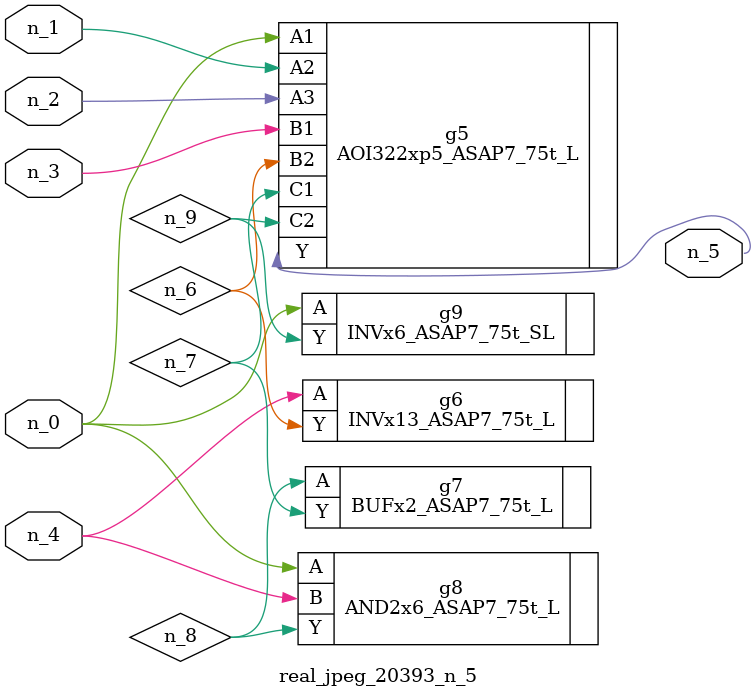
<source format=v>
module real_jpeg_20393_n_5 (n_4, n_0, n_1, n_2, n_3, n_5);

input n_4;
input n_0;
input n_1;
input n_2;
input n_3;

output n_5;

wire n_8;
wire n_6;
wire n_7;
wire n_9;

AOI322xp5_ASAP7_75t_L g5 ( 
.A1(n_0),
.A2(n_1),
.A3(n_2),
.B1(n_3),
.B2(n_6),
.C1(n_7),
.C2(n_9),
.Y(n_5)
);

AND2x6_ASAP7_75t_L g8 ( 
.A(n_0),
.B(n_4),
.Y(n_8)
);

INVx6_ASAP7_75t_SL g9 ( 
.A(n_0),
.Y(n_9)
);

INVx13_ASAP7_75t_L g6 ( 
.A(n_4),
.Y(n_6)
);

BUFx2_ASAP7_75t_L g7 ( 
.A(n_8),
.Y(n_7)
);


endmodule
</source>
